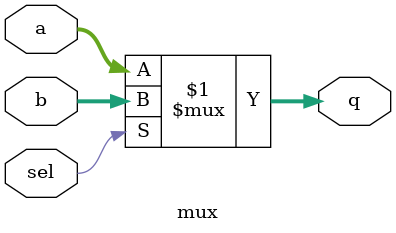
<source format=v>
module mux(
	input [31:0] a, b,
	input sel,
	output [31:0] q
);

assign q = sel ? b : a;

endmodule


</source>
